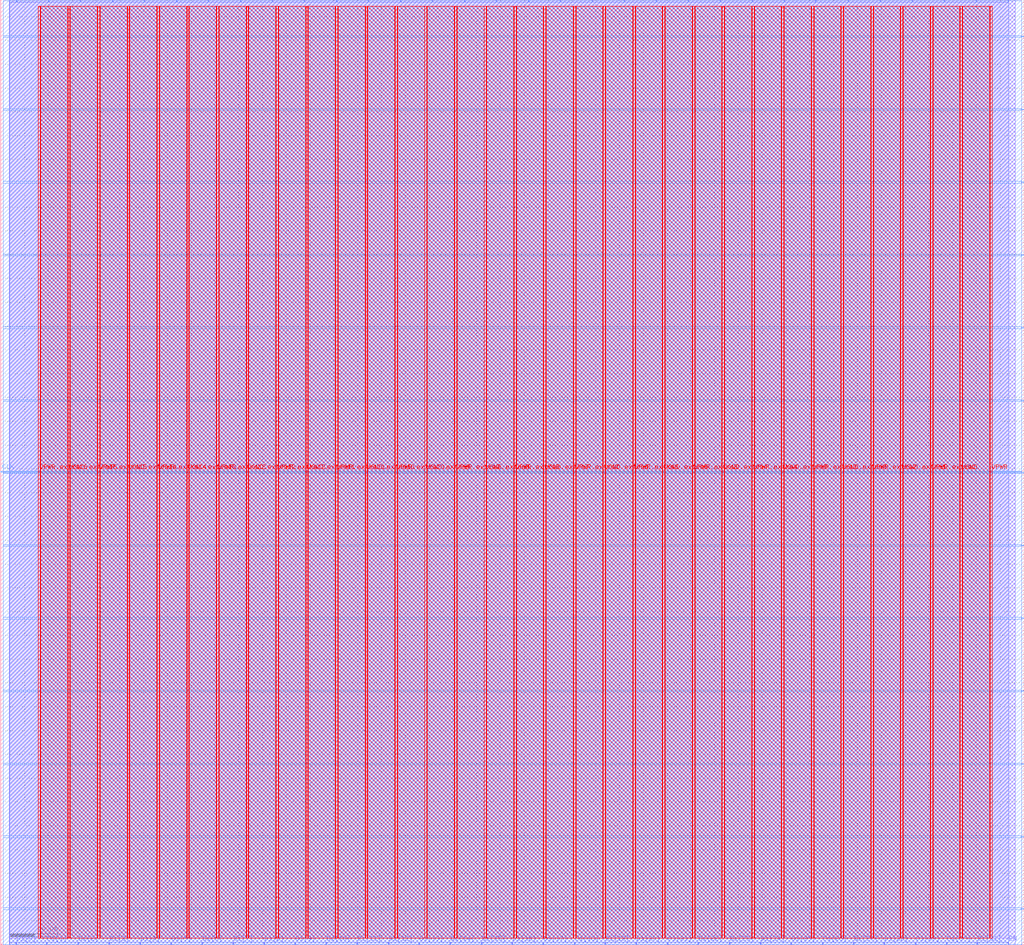
<source format=lef>
VERSION 5.7 ;
  NOWIREEXTENSIONATPIN ON ;
  DIVIDERCHAR "/" ;
  BUSBITCHARS "[]" ;
MACRO RAM512
  CLASS BLOCK ;
  FOREIGN RAM512 ;
  ORIGIN 0.000 0.000 ;
  SIZE 860.200 BY 794.240 ;
  PIN A[0]
    DIRECTION INPUT ;
    USE SIGNAL ;
    PORT
      LAYER met3 ;
        RECT 858.200 274.080 860.200 274.680 ;
    END
  END A[0]
  PIN A[1]
    DIRECTION INPUT ;
    USE SIGNAL ;
    PORT
      LAYER met3 ;
        RECT 858.200 335.280 860.200 335.880 ;
    END
  END A[1]
  PIN A[2]
    DIRECTION INPUT ;
    USE SIGNAL ;
    PORT
      LAYER met3 ;
        RECT 858.200 396.480 860.200 397.080 ;
    END
  END A[2]
  PIN A[3]
    DIRECTION INPUT ;
    USE SIGNAL ;
    PORT
      LAYER met3 ;
        RECT 858.200 457.000 860.200 457.600 ;
    END
  END A[3]
  PIN A[4]
    DIRECTION INPUT ;
    USE SIGNAL ;
    PORT
      LAYER met3 ;
        RECT 858.200 518.200 860.200 518.800 ;
    END
  END A[4]
  PIN A[5]
    DIRECTION INPUT ;
    USE SIGNAL ;
    PORT
      LAYER met3 ;
        RECT 858.200 579.400 860.200 580.000 ;
    END
  END A[5]
  PIN A[6]
    DIRECTION INPUT ;
    USE SIGNAL ;
    PORT
      LAYER met3 ;
        RECT 858.200 640.600 860.200 641.200 ;
    END
  END A[6]
  PIN A[7]
    DIRECTION INPUT ;
    USE SIGNAL ;
    PORT
      LAYER met3 ;
        RECT 858.200 701.800 860.200 702.400 ;
    END
  END A[7]
  PIN A[8]
    DIRECTION INPUT ;
    USE SIGNAL ;
    PORT
      LAYER met3 ;
        RECT 858.200 763.000 860.200 763.600 ;
    END
  END A[8]
  PIN CLK
    DIRECTION INPUT ;
    USE SIGNAL ;
    PORT
      LAYER met3 ;
        RECT 0.000 397.160 2.000 397.760 ;
    END
  END CLK
  PIN Di[0]
    DIRECTION INPUT ;
    USE SIGNAL ;
    PORT
      LAYER met2 ;
        RECT 12.970 0.000 13.250 2.000 ;
    END
  END Di[0]
  PIN Di[10]
    DIRECTION INPUT ;
    USE SIGNAL ;
    PORT
      LAYER met2 ;
        RECT 273.330 0.000 273.610 2.000 ;
    END
  END Di[10]
  PIN Di[11]
    DIRECTION INPUT ;
    USE SIGNAL ;
    PORT
      LAYER met2 ;
        RECT 299.550 0.000 299.830 2.000 ;
    END
  END Di[11]
  PIN Di[12]
    DIRECTION INPUT ;
    USE SIGNAL ;
    PORT
      LAYER met2 ;
        RECT 325.770 0.000 326.050 2.000 ;
    END
  END Di[12]
  PIN Di[13]
    DIRECTION INPUT ;
    USE SIGNAL ;
    PORT
      LAYER met2 ;
        RECT 351.530 0.000 351.810 2.000 ;
    END
  END Di[13]
  PIN Di[14]
    DIRECTION INPUT ;
    USE SIGNAL ;
    PORT
      LAYER met2 ;
        RECT 377.750 0.000 378.030 2.000 ;
    END
  END Di[14]
  PIN Di[15]
    DIRECTION INPUT ;
    USE SIGNAL ;
    PORT
      LAYER met2 ;
        RECT 403.970 0.000 404.250 2.000 ;
    END
  END Di[15]
  PIN Di[16]
    DIRECTION INPUT ;
    USE SIGNAL ;
    PORT
      LAYER met2 ;
        RECT 429.730 0.000 430.010 2.000 ;
    END
  END Di[16]
  PIN Di[17]
    DIRECTION INPUT ;
    USE SIGNAL ;
    PORT
      LAYER met2 ;
        RECT 455.950 0.000 456.230 2.000 ;
    END
  END Di[17]
  PIN Di[18]
    DIRECTION INPUT ;
    USE SIGNAL ;
    PORT
      LAYER met2 ;
        RECT 482.170 0.000 482.450 2.000 ;
    END
  END Di[18]
  PIN Di[19]
    DIRECTION INPUT ;
    USE SIGNAL ;
    PORT
      LAYER met2 ;
        RECT 507.930 0.000 508.210 2.000 ;
    END
  END Di[19]
  PIN Di[1]
    DIRECTION INPUT ;
    USE SIGNAL ;
    PORT
      LAYER met2 ;
        RECT 38.730 0.000 39.010 2.000 ;
    END
  END Di[1]
  PIN Di[20]
    DIRECTION INPUT ;
    USE SIGNAL ;
    PORT
      LAYER met2 ;
        RECT 534.150 0.000 534.430 2.000 ;
    END
  END Di[20]
  PIN Di[21]
    DIRECTION INPUT ;
    USE SIGNAL ;
    PORT
      LAYER met2 ;
        RECT 560.370 0.000 560.650 2.000 ;
    END
  END Di[21]
  PIN Di[22]
    DIRECTION INPUT ;
    USE SIGNAL ;
    PORT
      LAYER met2 ;
        RECT 586.130 0.000 586.410 2.000 ;
    END
  END Di[22]
  PIN Di[23]
    DIRECTION INPUT ;
    USE SIGNAL ;
    PORT
      LAYER met2 ;
        RECT 612.350 0.000 612.630 2.000 ;
    END
  END Di[23]
  PIN Di[24]
    DIRECTION INPUT ;
    USE SIGNAL ;
    PORT
      LAYER met2 ;
        RECT 638.570 0.000 638.850 2.000 ;
    END
  END Di[24]
  PIN Di[25]
    DIRECTION INPUT ;
    USE SIGNAL ;
    PORT
      LAYER met2 ;
        RECT 664.330 0.000 664.610 2.000 ;
    END
  END Di[25]
  PIN Di[26]
    DIRECTION INPUT ;
    USE SIGNAL ;
    PORT
      LAYER met2 ;
        RECT 690.550 0.000 690.830 2.000 ;
    END
  END Di[26]
  PIN Di[27]
    DIRECTION INPUT ;
    USE SIGNAL ;
    PORT
      LAYER met2 ;
        RECT 716.770 0.000 717.050 2.000 ;
    END
  END Di[27]
  PIN Di[28]
    DIRECTION INPUT ;
    USE SIGNAL ;
    PORT
      LAYER met2 ;
        RECT 742.530 0.000 742.810 2.000 ;
    END
  END Di[28]
  PIN Di[29]
    DIRECTION INPUT ;
    USE SIGNAL ;
    PORT
      LAYER met2 ;
        RECT 768.750 0.000 769.030 2.000 ;
    END
  END Di[29]
  PIN Di[2]
    DIRECTION INPUT ;
    USE SIGNAL ;
    PORT
      LAYER met2 ;
        RECT 64.950 0.000 65.230 2.000 ;
    END
  END Di[2]
  PIN Di[30]
    DIRECTION INPUT ;
    USE SIGNAL ;
    PORT
      LAYER met2 ;
        RECT 794.970 0.000 795.250 2.000 ;
    END
  END Di[30]
  PIN Di[31]
    DIRECTION INPUT ;
    USE SIGNAL ;
    PORT
      LAYER met2 ;
        RECT 820.730 0.000 821.010 2.000 ;
    END
  END Di[31]
  PIN Di[3]
    DIRECTION INPUT ;
    USE SIGNAL ;
    PORT
      LAYER met2 ;
        RECT 91.170 0.000 91.450 2.000 ;
    END
  END Di[3]
  PIN Di[4]
    DIRECTION INPUT ;
    USE SIGNAL ;
    PORT
      LAYER met2 ;
        RECT 116.930 0.000 117.210 2.000 ;
    END
  END Di[4]
  PIN Di[5]
    DIRECTION INPUT ;
    USE SIGNAL ;
    PORT
      LAYER met2 ;
        RECT 143.150 0.000 143.430 2.000 ;
    END
  END Di[5]
  PIN Di[6]
    DIRECTION INPUT ;
    USE SIGNAL ;
    PORT
      LAYER met2 ;
        RECT 169.370 0.000 169.650 2.000 ;
    END
  END Di[6]
  PIN Di[7]
    DIRECTION INPUT ;
    USE SIGNAL ;
    PORT
      LAYER met2 ;
        RECT 195.130 0.000 195.410 2.000 ;
    END
  END Di[7]
  PIN Di[8]
    DIRECTION INPUT ;
    USE SIGNAL ;
    PORT
      LAYER met2 ;
        RECT 221.350 0.000 221.630 2.000 ;
    END
  END Di[8]
  PIN Di[9]
    DIRECTION INPUT ;
    USE SIGNAL ;
    PORT
      LAYER met2 ;
        RECT 247.570 0.000 247.850 2.000 ;
    END
  END Di[9]
  PIN Do[0]
    DIRECTION OUTPUT TRISTATE ;
    USE SIGNAL ;
    PORT
      LAYER met2 ;
        RECT 13.430 792.240 13.710 794.240 ;
    END
  END Do[0]
  PIN Do[10]
    DIRECTION OUTPUT TRISTATE ;
    USE SIGNAL ;
    PORT
      LAYER met2 ;
        RECT 282.070 792.240 282.350 794.240 ;
    END
  END Do[10]
  PIN Do[11]
    DIRECTION OUTPUT TRISTATE ;
    USE SIGNAL ;
    PORT
      LAYER met2 ;
        RECT 308.750 792.240 309.030 794.240 ;
    END
  END Do[11]
  PIN Do[12]
    DIRECTION OUTPUT TRISTATE ;
    USE SIGNAL ;
    PORT
      LAYER met2 ;
        RECT 335.890 792.240 336.170 794.240 ;
    END
  END Do[12]
  PIN Do[13]
    DIRECTION OUTPUT TRISTATE ;
    USE SIGNAL ;
    PORT
      LAYER met2 ;
        RECT 362.570 792.240 362.850 794.240 ;
    END
  END Do[13]
  PIN Do[14]
    DIRECTION OUTPUT TRISTATE ;
    USE SIGNAL ;
    PORT
      LAYER met2 ;
        RECT 389.710 792.240 389.990 794.240 ;
    END
  END Do[14]
  PIN Do[15]
    DIRECTION OUTPUT TRISTATE ;
    USE SIGNAL ;
    PORT
      LAYER met2 ;
        RECT 416.390 792.240 416.670 794.240 ;
    END
  END Do[15]
  PIN Do[16]
    DIRECTION OUTPUT TRISTATE ;
    USE SIGNAL ;
    PORT
      LAYER met2 ;
        RECT 443.530 792.240 443.810 794.240 ;
    END
  END Do[16]
  PIN Do[17]
    DIRECTION OUTPUT TRISTATE ;
    USE SIGNAL ;
    PORT
      LAYER met2 ;
        RECT 470.210 792.240 470.490 794.240 ;
    END
  END Do[17]
  PIN Do[18]
    DIRECTION OUTPUT TRISTATE ;
    USE SIGNAL ;
    PORT
      LAYER met2 ;
        RECT 496.890 792.240 497.170 794.240 ;
    END
  END Do[18]
  PIN Do[19]
    DIRECTION OUTPUT TRISTATE ;
    USE SIGNAL ;
    PORT
      LAYER met2 ;
        RECT 524.030 792.240 524.310 794.240 ;
    END
  END Do[19]
  PIN Do[1]
    DIRECTION OUTPUT TRISTATE ;
    USE SIGNAL ;
    PORT
      LAYER met2 ;
        RECT 40.110 792.240 40.390 794.240 ;
    END
  END Do[1]
  PIN Do[20]
    DIRECTION OUTPUT TRISTATE ;
    USE SIGNAL ;
    PORT
      LAYER met2 ;
        RECT 550.710 792.240 550.990 794.240 ;
    END
  END Do[20]
  PIN Do[21]
    DIRECTION OUTPUT TRISTATE ;
    USE SIGNAL ;
    PORT
      LAYER met2 ;
        RECT 577.850 792.240 578.130 794.240 ;
    END
  END Do[21]
  PIN Do[22]
    DIRECTION OUTPUT TRISTATE ;
    USE SIGNAL ;
    PORT
      LAYER met2 ;
        RECT 604.530 792.240 604.810 794.240 ;
    END
  END Do[22]
  PIN Do[23]
    DIRECTION OUTPUT TRISTATE ;
    USE SIGNAL ;
    PORT
      LAYER met2 ;
        RECT 631.670 792.240 631.950 794.240 ;
    END
  END Do[23]
  PIN Do[24]
    DIRECTION OUTPUT TRISTATE ;
    USE SIGNAL ;
    PORT
      LAYER met2 ;
        RECT 658.350 792.240 658.630 794.240 ;
    END
  END Do[24]
  PIN Do[25]
    DIRECTION OUTPUT TRISTATE ;
    USE SIGNAL ;
    PORT
      LAYER met2 ;
        RECT 685.030 792.240 685.310 794.240 ;
    END
  END Do[25]
  PIN Do[26]
    DIRECTION OUTPUT TRISTATE ;
    USE SIGNAL ;
    PORT
      LAYER met2 ;
        RECT 712.170 792.240 712.450 794.240 ;
    END
  END Do[26]
  PIN Do[27]
    DIRECTION OUTPUT TRISTATE ;
    USE SIGNAL ;
    PORT
      LAYER met2 ;
        RECT 738.850 792.240 739.130 794.240 ;
    END
  END Do[27]
  PIN Do[28]
    DIRECTION OUTPUT TRISTATE ;
    USE SIGNAL ;
    PORT
      LAYER met2 ;
        RECT 765.990 792.240 766.270 794.240 ;
    END
  END Do[28]
  PIN Do[29]
    DIRECTION OUTPUT TRISTATE ;
    USE SIGNAL ;
    PORT
      LAYER met2 ;
        RECT 792.670 792.240 792.950 794.240 ;
    END
  END Do[29]
  PIN Do[2]
    DIRECTION OUTPUT TRISTATE ;
    USE SIGNAL ;
    PORT
      LAYER met2 ;
        RECT 66.790 792.240 67.070 794.240 ;
    END
  END Do[2]
  PIN Do[30]
    DIRECTION OUTPUT TRISTATE ;
    USE SIGNAL ;
    PORT
      LAYER met2 ;
        RECT 819.810 792.240 820.090 794.240 ;
    END
  END Do[30]
  PIN Do[31]
    DIRECTION OUTPUT TRISTATE ;
    USE SIGNAL ;
    PORT
      LAYER met2 ;
        RECT 846.490 792.240 846.770 794.240 ;
    END
  END Do[31]
  PIN Do[3]
    DIRECTION OUTPUT TRISTATE ;
    USE SIGNAL ;
    PORT
      LAYER met2 ;
        RECT 93.930 792.240 94.210 794.240 ;
    END
  END Do[3]
  PIN Do[4]
    DIRECTION OUTPUT TRISTATE ;
    USE SIGNAL ;
    PORT
      LAYER met2 ;
        RECT 120.610 792.240 120.890 794.240 ;
    END
  END Do[4]
  PIN Do[5]
    DIRECTION OUTPUT TRISTATE ;
    USE SIGNAL ;
    PORT
      LAYER met2 ;
        RECT 147.750 792.240 148.030 794.240 ;
    END
  END Do[5]
  PIN Do[6]
    DIRECTION OUTPUT TRISTATE ;
    USE SIGNAL ;
    PORT
      LAYER met2 ;
        RECT 174.430 792.240 174.710 794.240 ;
    END
  END Do[6]
  PIN Do[7]
    DIRECTION OUTPUT TRISTATE ;
    USE SIGNAL ;
    PORT
      LAYER met2 ;
        RECT 201.570 792.240 201.850 794.240 ;
    END
  END Do[7]
  PIN Do[8]
    DIRECTION OUTPUT TRISTATE ;
    USE SIGNAL ;
    PORT
      LAYER met2 ;
        RECT 228.250 792.240 228.530 794.240 ;
    END
  END Do[8]
  PIN Do[9]
    DIRECTION OUTPUT TRISTATE ;
    USE SIGNAL ;
    PORT
      LAYER met2 ;
        RECT 254.930 792.240 255.210 794.240 ;
    END
  END Do[9]
  PIN EN
    DIRECTION INPUT ;
    USE SIGNAL ;
    PORT
      LAYER met2 ;
        RECT 846.950 0.000 847.230 2.000 ;
    END
  END EN
  PIN WE[0]
    DIRECTION INPUT ;
    USE SIGNAL ;
    PORT
      LAYER met3 ;
        RECT 858.200 29.960 860.200 30.560 ;
    END
  END WE[0]
  PIN WE[1]
    DIRECTION INPUT ;
    USE SIGNAL ;
    PORT
      LAYER met3 ;
        RECT 858.200 90.480 860.200 91.080 ;
    END
  END WE[1]
  PIN WE[2]
    DIRECTION INPUT ;
    USE SIGNAL ;
    PORT
      LAYER met3 ;
        RECT 858.200 151.680 860.200 152.280 ;
    END
  END WE[2]
  PIN WE[3]
    DIRECTION INPUT ;
    USE SIGNAL ;
    PORT
      LAYER met3 ;
        RECT 858.200 212.880 860.200 213.480 ;
    END
  END WE[3]
  PIN VPWR
    DIRECTION INOUT ;
    USE POWER ;
    PORT
      LAYER met4 ;
        RECT 831.560 5.355 833.160 788.885 ;
    END
  END VPWR
  PIN VPWR.extra1
    DIRECTION INOUT ;
    USE POWER ;
    PORT
      LAYER met4 ;
        RECT 781.560 5.355 783.160 788.885 ;
    END
  END VPWR.extra1
  PIN VPWR.extra2
    DIRECTION INOUT ;
    USE POWER ;
    PORT
      LAYER met4 ;
        RECT 731.560 5.355 733.160 788.885 ;
    END
  END VPWR.extra2
  PIN VPWR.extra3
    DIRECTION INOUT ;
    USE POWER ;
    PORT
      LAYER met4 ;
        RECT 681.560 5.355 683.160 788.885 ;
    END
  END VPWR.extra3
  PIN VPWR.extra4
    DIRECTION INOUT ;
    USE POWER ;
    PORT
      LAYER met4 ;
        RECT 631.560 5.355 633.160 788.885 ;
    END
  END VPWR.extra4
  PIN VPWR.extra5
    DIRECTION INOUT ;
    USE POWER ;
    PORT
      LAYER met4 ;
        RECT 581.560 5.355 583.160 788.885 ;
    END
  END VPWR.extra5
  PIN VPWR.extra6
    DIRECTION INOUT ;
    USE POWER ;
    PORT
      LAYER met4 ;
        RECT 531.560 5.355 533.160 788.885 ;
    END
  END VPWR.extra6
  PIN VPWR.extra7
    DIRECTION INOUT ;
    USE POWER ;
    PORT
      LAYER met4 ;
        RECT 481.560 5.355 483.160 788.885 ;
    END
  END VPWR.extra7
  PIN VPWR.extra8
    DIRECTION INOUT ;
    USE POWER ;
    PORT
      LAYER met4 ;
        RECT 431.560 5.355 433.160 788.885 ;
    END
  END VPWR.extra8
  PIN VPWR.extra9
    DIRECTION INOUT ;
    USE POWER ;
    PORT
      LAYER met4 ;
        RECT 381.560 5.355 383.160 788.885 ;
    END
  END VPWR.extra9
  PIN VPWR.extra10
    DIRECTION INOUT ;
    USE POWER ;
    PORT
      LAYER met4 ;
        RECT 331.560 5.355 333.160 788.885 ;
    END
  END VPWR.extra10
  PIN VPWR.extra11
    DIRECTION INOUT ;
    USE POWER ;
    PORT
      LAYER met4 ;
        RECT 281.560 5.355 283.160 788.885 ;
    END
  END VPWR.extra11
  PIN VPWR.extra12
    DIRECTION INOUT ;
    USE POWER ;
    PORT
      LAYER met4 ;
        RECT 231.560 5.355 233.160 788.885 ;
    END
  END VPWR.extra12
  PIN VPWR.extra13
    DIRECTION INOUT ;
    USE POWER ;
    PORT
      LAYER met4 ;
        RECT 181.560 5.355 183.160 788.885 ;
    END
  END VPWR.extra13
  PIN VPWR.extra14
    DIRECTION INOUT ;
    USE POWER ;
    PORT
      LAYER met4 ;
        RECT 131.560 5.355 133.160 788.885 ;
    END
  END VPWR.extra14
  PIN VPWR.extra15
    DIRECTION INOUT ;
    USE POWER ;
    PORT
      LAYER met4 ;
        RECT 81.560 5.355 83.160 788.885 ;
    END
  END VPWR.extra15
  PIN VPWR.extra16
    DIRECTION INOUT ;
    USE POWER ;
    PORT
      LAYER met4 ;
        RECT 31.560 5.355 33.160 788.885 ;
    END
  END VPWR.extra16
  PIN VGND
    DIRECTION INOUT ;
    USE GROUND ;
    PORT
      LAYER met4 ;
        RECT 806.560 5.355 808.160 788.885 ;
    END
  END VGND
  PIN VGND.extra1
    DIRECTION INOUT ;
    USE GROUND ;
    PORT
      LAYER met4 ;
        RECT 756.560 5.355 758.160 788.885 ;
    END
  END VGND.extra1
  PIN VGND.extra2
    DIRECTION INOUT ;
    USE GROUND ;
    PORT
      LAYER met4 ;
        RECT 706.560 5.355 708.160 788.885 ;
    END
  END VGND.extra2
  PIN VGND.extra3
    DIRECTION INOUT ;
    USE GROUND ;
    PORT
      LAYER met4 ;
        RECT 656.560 5.355 658.160 788.885 ;
    END
  END VGND.extra3
  PIN VGND.extra4
    DIRECTION INOUT ;
    USE GROUND ;
    PORT
      LAYER met4 ;
        RECT 606.560 5.355 608.160 788.885 ;
    END
  END VGND.extra4
  PIN VGND.extra5
    DIRECTION INOUT ;
    USE GROUND ;
    PORT
      LAYER met4 ;
        RECT 556.560 5.355 558.160 788.885 ;
    END
  END VGND.extra5
  PIN VGND.extra6
    DIRECTION INOUT ;
    USE GROUND ;
    PORT
      LAYER met4 ;
        RECT 506.560 5.355 508.160 788.885 ;
    END
  END VGND.extra6
  PIN VGND.extra7
    DIRECTION INOUT ;
    USE GROUND ;
    PORT
      LAYER met4 ;
        RECT 456.560 5.355 458.160 788.885 ;
    END
  END VGND.extra7
  PIN VGND.extra8
    DIRECTION INOUT ;
    USE GROUND ;
    PORT
      LAYER met4 ;
        RECT 406.560 5.355 408.160 788.885 ;
    END
  END VGND.extra8
  PIN VGND.extra9
    DIRECTION INOUT ;
    USE GROUND ;
    PORT
      LAYER met4 ;
        RECT 356.560 5.355 358.160 788.885 ;
    END
  END VGND.extra9
  PIN VGND.extra10
    DIRECTION INOUT ;
    USE GROUND ;
    PORT
      LAYER met4 ;
        RECT 306.560 5.355 308.160 788.885 ;
    END
  END VGND.extra10
  PIN VGND.extra11
    DIRECTION INOUT ;
    USE GROUND ;
    PORT
      LAYER met4 ;
        RECT 256.560 5.355 258.160 788.885 ;
    END
  END VGND.extra11
  PIN VGND.extra12
    DIRECTION INOUT ;
    USE GROUND ;
    PORT
      LAYER met4 ;
        RECT 206.560 5.355 208.160 788.885 ;
    END
  END VGND.extra12
  PIN VGND.extra13
    DIRECTION INOUT ;
    USE GROUND ;
    PORT
      LAYER met4 ;
        RECT 156.560 5.355 158.160 788.885 ;
    END
  END VGND.extra13
  PIN VGND.extra14
    DIRECTION INOUT ;
    USE GROUND ;
    PORT
      LAYER met4 ;
        RECT 106.560 5.355 108.160 788.885 ;
    END
  END VGND.extra14
  PIN VGND.extra15
    DIRECTION INOUT ;
    USE GROUND ;
    PORT
      LAYER met4 ;
        RECT 56.560 5.355 58.160 788.885 ;
    END
  END VGND.extra15
  OBS
      LAYER li1 ;
        RECT 7.360 5.355 852.840 794.155 ;
      LAYER met1 ;
        RECT 7.060 0.040 852.840 794.200 ;
      LAYER met2 ;
        RECT 7.460 791.960 13.150 794.230 ;
        RECT 13.990 791.960 39.830 794.230 ;
        RECT 40.670 791.960 66.510 794.230 ;
        RECT 67.350 791.960 93.650 794.230 ;
        RECT 94.490 791.960 120.330 794.230 ;
        RECT 121.170 791.960 147.470 794.230 ;
        RECT 148.310 791.960 174.150 794.230 ;
        RECT 174.990 791.960 201.290 794.230 ;
        RECT 202.130 791.960 227.970 794.230 ;
        RECT 228.810 791.960 254.650 794.230 ;
        RECT 255.490 791.960 281.790 794.230 ;
        RECT 282.630 791.960 308.470 794.230 ;
        RECT 309.310 791.960 335.610 794.230 ;
        RECT 336.450 791.960 362.290 794.230 ;
        RECT 363.130 791.960 389.430 794.230 ;
        RECT 390.270 791.960 416.110 794.230 ;
        RECT 416.950 791.960 443.250 794.230 ;
        RECT 444.090 791.960 469.930 794.230 ;
        RECT 470.770 791.960 496.610 794.230 ;
        RECT 497.450 791.960 523.750 794.230 ;
        RECT 524.590 791.960 550.430 794.230 ;
        RECT 551.270 791.960 577.570 794.230 ;
        RECT 578.410 791.960 604.250 794.230 ;
        RECT 605.090 791.960 631.390 794.230 ;
        RECT 632.230 791.960 658.070 794.230 ;
        RECT 658.910 791.960 684.750 794.230 ;
        RECT 685.590 791.960 711.890 794.230 ;
        RECT 712.730 791.960 738.570 794.230 ;
        RECT 739.410 791.960 765.710 794.230 ;
        RECT 766.550 791.960 792.390 794.230 ;
        RECT 793.230 791.960 819.530 794.230 ;
        RECT 820.370 791.960 846.210 794.230 ;
        RECT 847.050 791.960 847.220 794.230 ;
        RECT 7.460 2.280 847.220 791.960 ;
        RECT 7.460 0.010 12.690 2.280 ;
        RECT 13.530 0.010 38.450 2.280 ;
        RECT 39.290 0.010 64.670 2.280 ;
        RECT 65.510 0.010 90.890 2.280 ;
        RECT 91.730 0.010 116.650 2.280 ;
        RECT 117.490 0.010 142.870 2.280 ;
        RECT 143.710 0.010 169.090 2.280 ;
        RECT 169.930 0.010 194.850 2.280 ;
        RECT 195.690 0.010 221.070 2.280 ;
        RECT 221.910 0.010 247.290 2.280 ;
        RECT 248.130 0.010 273.050 2.280 ;
        RECT 273.890 0.010 299.270 2.280 ;
        RECT 300.110 0.010 325.490 2.280 ;
        RECT 326.330 0.010 351.250 2.280 ;
        RECT 352.090 0.010 377.470 2.280 ;
        RECT 378.310 0.010 403.690 2.280 ;
        RECT 404.530 0.010 429.450 2.280 ;
        RECT 430.290 0.010 455.670 2.280 ;
        RECT 456.510 0.010 481.890 2.280 ;
        RECT 482.730 0.010 507.650 2.280 ;
        RECT 508.490 0.010 533.870 2.280 ;
        RECT 534.710 0.010 560.090 2.280 ;
        RECT 560.930 0.010 585.850 2.280 ;
        RECT 586.690 0.010 612.070 2.280 ;
        RECT 612.910 0.010 638.290 2.280 ;
        RECT 639.130 0.010 664.050 2.280 ;
        RECT 664.890 0.010 690.270 2.280 ;
        RECT 691.110 0.010 716.490 2.280 ;
        RECT 717.330 0.010 742.250 2.280 ;
        RECT 743.090 0.010 768.470 2.280 ;
        RECT 769.310 0.010 794.690 2.280 ;
        RECT 795.530 0.010 820.450 2.280 ;
        RECT 821.290 0.010 846.670 2.280 ;
      LAYER met3 ;
        RECT 2.000 764.000 858.200 793.385 ;
        RECT 2.000 762.600 857.800 764.000 ;
        RECT 2.000 702.800 858.200 762.600 ;
        RECT 2.000 701.400 857.800 702.800 ;
        RECT 2.000 641.600 858.200 701.400 ;
        RECT 2.000 640.200 857.800 641.600 ;
        RECT 2.000 580.400 858.200 640.200 ;
        RECT 2.000 579.000 857.800 580.400 ;
        RECT 2.000 519.200 858.200 579.000 ;
        RECT 2.000 517.800 857.800 519.200 ;
        RECT 2.000 458.000 858.200 517.800 ;
        RECT 2.000 456.600 857.800 458.000 ;
        RECT 2.000 398.160 858.200 456.600 ;
        RECT 2.400 397.480 858.200 398.160 ;
        RECT 2.400 396.760 857.800 397.480 ;
        RECT 2.000 396.080 857.800 396.760 ;
        RECT 2.000 336.280 858.200 396.080 ;
        RECT 2.000 334.880 857.800 336.280 ;
        RECT 2.000 275.080 858.200 334.880 ;
        RECT 2.000 273.680 857.800 275.080 ;
        RECT 2.000 213.880 858.200 273.680 ;
        RECT 2.000 212.480 857.800 213.880 ;
        RECT 2.000 152.680 858.200 212.480 ;
        RECT 2.000 151.280 857.800 152.680 ;
        RECT 2.000 91.480 858.200 151.280 ;
        RECT 2.000 90.080 857.800 91.480 ;
        RECT 2.000 30.960 858.200 90.080 ;
        RECT 2.000 29.560 857.800 30.960 ;
        RECT 2.000 0.175 858.200 29.560 ;
      LAYER met4 ;
        RECT 33.560 5.275 56.160 788.965 ;
        RECT 58.560 5.275 81.160 788.965 ;
        RECT 83.560 5.275 106.160 788.965 ;
        RECT 108.560 5.275 131.160 788.965 ;
        RECT 133.560 5.275 156.160 788.965 ;
        RECT 158.560 5.275 181.160 788.965 ;
        RECT 183.560 5.275 206.160 788.965 ;
        RECT 208.560 5.275 231.160 788.965 ;
        RECT 233.560 5.275 256.160 788.965 ;
        RECT 258.560 5.275 281.160 788.965 ;
        RECT 283.560 5.275 306.160 788.965 ;
        RECT 308.560 5.275 331.160 788.965 ;
        RECT 333.560 5.275 356.160 788.965 ;
        RECT 358.560 5.275 381.160 788.965 ;
        RECT 383.560 5.275 406.160 788.965 ;
        RECT 408.560 5.275 431.160 788.965 ;
        RECT 433.560 5.275 456.160 788.965 ;
        RECT 458.560 5.275 481.160 788.965 ;
        RECT 483.560 5.275 506.160 788.965 ;
        RECT 508.560 5.275 531.160 788.965 ;
        RECT 533.560 5.275 556.160 788.965 ;
        RECT 558.560 5.275 581.160 788.965 ;
        RECT 583.560 5.275 606.160 788.965 ;
        RECT 608.560 5.275 631.160 788.965 ;
        RECT 633.560 5.275 656.160 788.965 ;
        RECT 658.560 5.275 681.160 788.965 ;
        RECT 683.560 5.275 706.160 788.965 ;
        RECT 708.560 5.275 731.160 788.965 ;
        RECT 733.560 5.275 756.160 788.965 ;
        RECT 758.560 5.275 781.160 788.965 ;
        RECT 783.560 5.275 806.160 788.965 ;
        RECT 808.560 5.275 831.160 788.965 ;
  END
END RAM512
END LIBRARY


</source>
